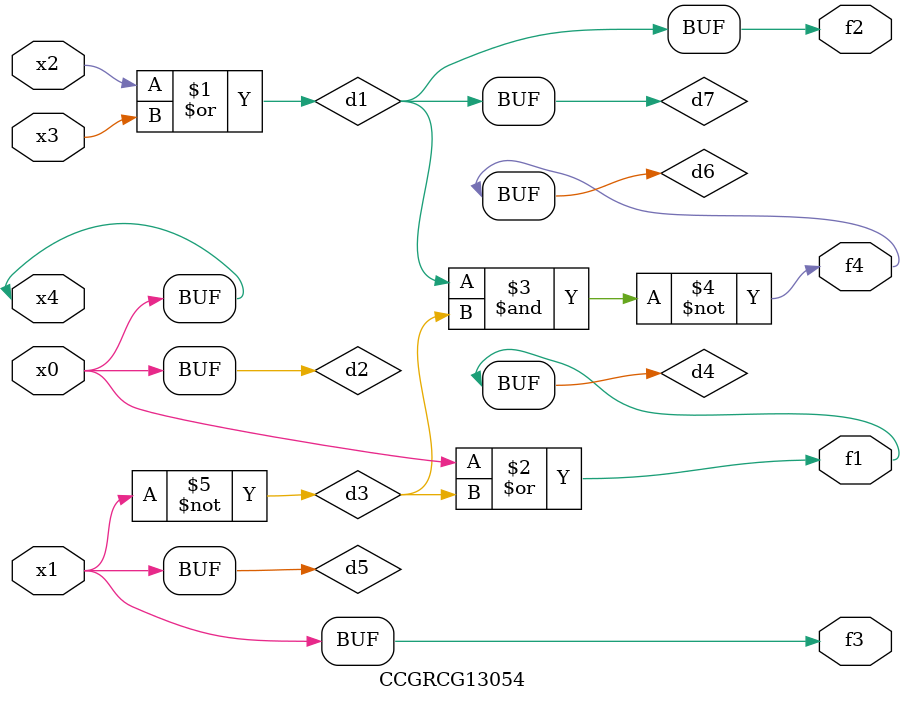
<source format=v>
module CCGRCG13054(
	input x0, x1, x2, x3, x4,
	output f1, f2, f3, f4
);

	wire d1, d2, d3, d4, d5, d6, d7;

	or (d1, x2, x3);
	buf (d2, x0, x4);
	not (d3, x1);
	or (d4, d2, d3);
	not (d5, d3);
	nand (d6, d1, d3);
	or (d7, d1);
	assign f1 = d4;
	assign f2 = d7;
	assign f3 = d5;
	assign f4 = d6;
endmodule

</source>
